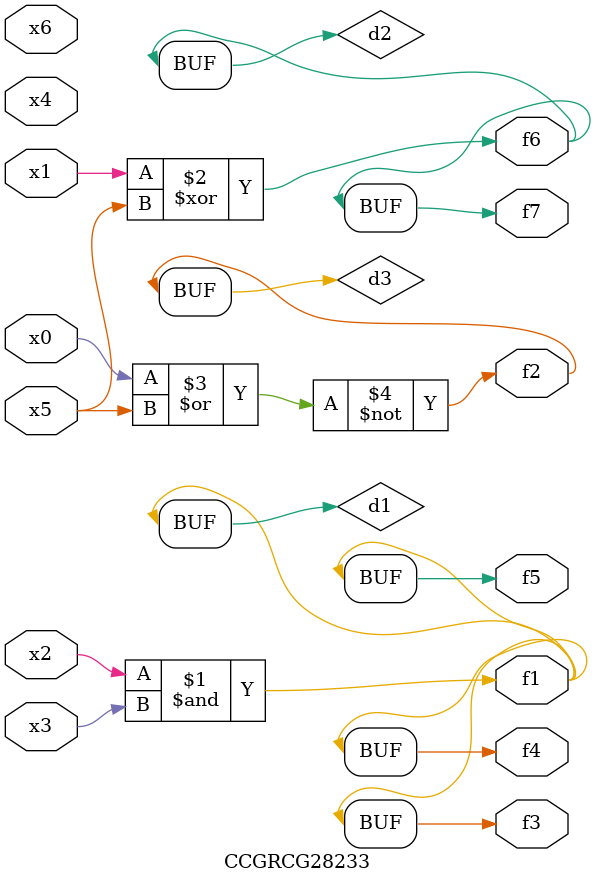
<source format=v>
module CCGRCG28233(
	input x0, x1, x2, x3, x4, x5, x6,
	output f1, f2, f3, f4, f5, f6, f7
);

	wire d1, d2, d3;

	and (d1, x2, x3);
	xor (d2, x1, x5);
	nor (d3, x0, x5);
	assign f1 = d1;
	assign f2 = d3;
	assign f3 = d1;
	assign f4 = d1;
	assign f5 = d1;
	assign f6 = d2;
	assign f7 = d2;
endmodule

</source>
